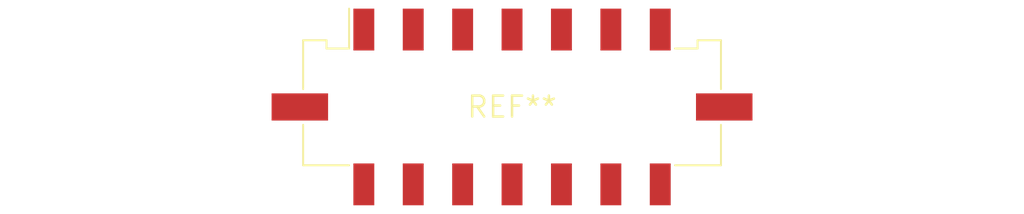
<source format=kicad_pcb>
(kicad_pcb (version 20240108) (generator pcbnew)
  (layers (0 "F.Cu" signal) (31 "B.Cu" signal) (34 "B.Paste" user) (35 "F.Paste" user) (36 "B.SilkS" user "B.Silkscreen") (37 "F.SilkS" user "F.Silkscreen") (38 "B.Mask" user) (39 "F.Mask" user) (44 "Edge.Cuts" user))
  (net 0 "")
  (footprint "Molex_Micro-Fit_3.0_43045-1418_2x07-1MP_P3.00mm_Vertical" (layer "F.Cu") (at 0 0)
    (property "Reference" "REF**")
    (property "Value" "Molex_Micro-Fit_3.0_43045-1418_2x07-1MP_P3.00mm_Vertical")
    (fp_line (start -12.685 -4.05) (end -11.265 -4.05) (layer "F.SilkS") (stroke (width 0.12)))
    (fp_line (start -12.685 -1.085) (end -12.685 -4.05) (layer "F.SilkS") (stroke (width 0.12)))
    (fp_line (start -12.685 1.085) (end -12.685 3.54) (layer "F.SilkS") (stroke (width 0.12)))
    (fp_line (start -12.685 3.54) (end -9.895 3.54) (layer "F.SilkS") (stroke (width 0.12)))
    (fp_line (start -11.265 -4.05) (end -11.265 -3.55) (layer "F.SilkS") (stroke (width 0.12)))
    (fp_line (start -11.265 -3.55) (end -9.895 -3.55) (layer "F.SilkS") (stroke (width 0.12)))
    (fp_line (start -9.895 -3.55) (end -9.895 -5.97) (layer "F.SilkS") (stroke (width 0.12)))
    (fp_line (start 11.265 -4.05) (end 11.265 -3.55) (layer "F.SilkS") (stroke (width 0.12)))
    (fp_line (start 11.265 -3.55) (end 9.895 -3.55) (layer "F.SilkS") (stroke (width 0.12)))
    (fp_line (start 12.685 -4.05) (end 11.265 -4.05) (layer "F.SilkS") (stroke (width 0.12)))
    (fp_line (start 12.685 -1.085) (end 12.685 -4.05) (layer "F.SilkS") (stroke (width 0.12)))
    (fp_line (start 12.685 1.085) (end 12.685 3.54) (layer "F.SilkS") (stroke (width 0.12)))
    (fp_line (start 12.685 3.54) (end 9.895 3.54) (layer "F.SilkS") (stroke (width 0.12)))
    (pad "1" smd rect (at -9 -4.7) (size 1.27 2.54) (layers "F.Cu" "F.Paste" "F.Mask"))
    (pad "2" smd rect (at -6 -4.7) (size 1.27 2.54) (layers "F.Cu" "F.Paste" "F.Mask"))
    (pad "3" smd rect (at -3 -4.7) (size 1.27 2.54) (layers "F.Cu" "F.Paste" "F.Mask"))
    (pad "4" smd rect (at 0 -4.7) (size 1.27 2.54) (layers "F.Cu" "F.Paste" "F.Mask"))
    (pad "5" smd rect (at 3 -4.7) (size 1.27 2.54) (layers "F.Cu" "F.Paste" "F.Mask"))
    (pad "6" smd rect (at 6 -4.7) (size 1.27 2.54) (layers "F.Cu" "F.Paste" "F.Mask"))
    (pad "7" smd rect (at 9 -4.7) (size 1.27 2.54) (layers "F.Cu" "F.Paste" "F.Mask"))
    (pad "8" smd rect (at -9 4.7) (size 1.27 2.54) (layers "F.Cu" "F.Paste" "F.Mask"))
    (pad "9" smd rect (at -6 4.7) (size 1.27 2.54) (layers "F.Cu" "F.Paste" "F.Mask"))
    (pad "10" smd rect (at -3 4.7) (size 1.27 2.54) (layers "F.Cu" "F.Paste" "F.Mask"))
    (pad "11" smd rect (at 0 4.7) (size 1.27 2.54) (layers "F.Cu" "F.Paste" "F.Mask"))
    (pad "12" smd rect (at 3 4.7) (size 1.27 2.54) (layers "F.Cu" "F.Paste" "F.Mask"))
    (pad "13" smd rect (at 6 4.7) (size 1.27 2.54) (layers "F.Cu" "F.Paste" "F.Mask"))
    (pad "14" smd rect (at 9 4.7) (size 1.27 2.54) (layers "F.Cu" "F.Paste" "F.Mask"))
    (pad "MP" smd rect (at -12.885 0) (size 3.43 1.65) (layers "F.Cu" "F.Paste" "F.Mask"))
    (pad "MP" smd rect (at 12.885 0) (size 3.43 1.65) (layers "F.Cu" "F.Paste" "F.Mask"))
  )
)
</source>
